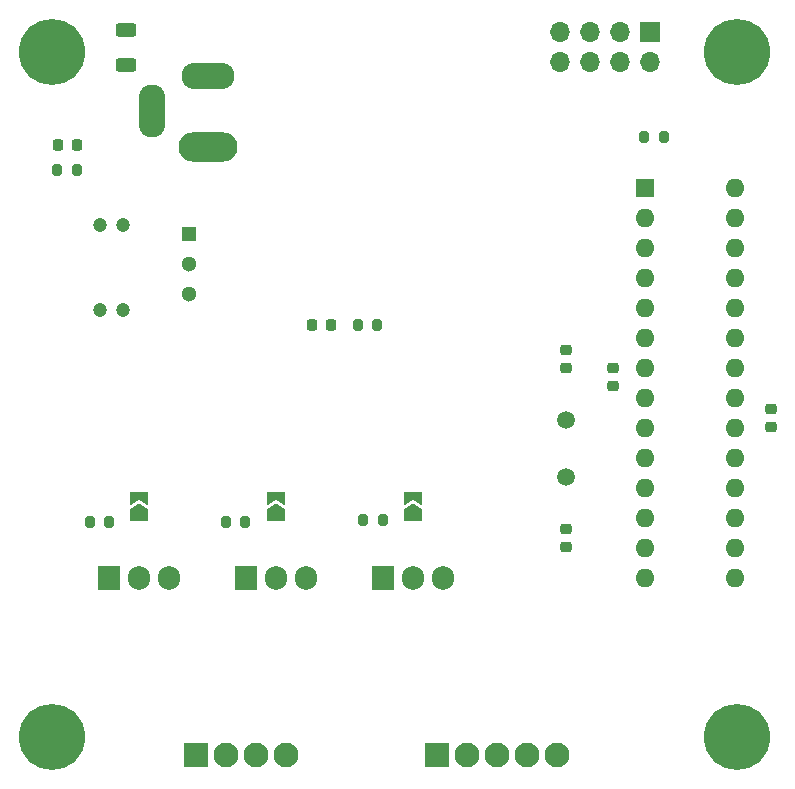
<source format=gbr>
%TF.GenerationSoftware,KiCad,Pcbnew,7.0.1*%
%TF.CreationDate,2023-03-29T16:15:43+02:00*%
%TF.ProjectId,mainboard,6d61696e-626f-4617-9264-2e6b69636164,1.0*%
%TF.SameCoordinates,Original*%
%TF.FileFunction,Soldermask,Top*%
%TF.FilePolarity,Negative*%
%FSLAX46Y46*%
G04 Gerber Fmt 4.6, Leading zero omitted, Abs format (unit mm)*
G04 Created by KiCad (PCBNEW 7.0.1) date 2023-03-29 16:15:43*
%MOMM*%
%LPD*%
G01*
G04 APERTURE LIST*
G04 Aperture macros list*
%AMRoundRect*
0 Rectangle with rounded corners*
0 $1 Rounding radius*
0 $2 $3 $4 $5 $6 $7 $8 $9 X,Y pos of 4 corners*
0 Add a 4 corners polygon primitive as box body*
4,1,4,$2,$3,$4,$5,$6,$7,$8,$9,$2,$3,0*
0 Add four circle primitives for the rounded corners*
1,1,$1+$1,$2,$3*
1,1,$1+$1,$4,$5*
1,1,$1+$1,$6,$7*
1,1,$1+$1,$8,$9*
0 Add four rect primitives between the rounded corners*
20,1,$1+$1,$2,$3,$4,$5,0*
20,1,$1+$1,$4,$5,$6,$7,0*
20,1,$1+$1,$6,$7,$8,$9,0*
20,1,$1+$1,$8,$9,$2,$3,0*%
%AMFreePoly0*
4,1,6,1.000000,0.000000,0.500000,-0.750000,-0.500000,-0.750000,-0.500000,0.750000,0.500000,0.750000,1.000000,0.000000,1.000000,0.000000,$1*%
%AMFreePoly1*
4,1,6,0.500000,-0.750000,-0.650000,-0.750000,-0.150000,0.000000,-0.650000,0.750000,0.500000,0.750000,0.500000,-0.750000,0.500000,-0.750000,$1*%
G04 Aperture macros list end*
%ADD10RoundRect,0.225000X0.250000X-0.225000X0.250000X0.225000X-0.250000X0.225000X-0.250000X-0.225000X0*%
%ADD11C,5.600000*%
%ADD12RoundRect,0.225000X-0.250000X0.225000X-0.250000X-0.225000X0.250000X-0.225000X0.250000X0.225000X0*%
%ADD13FreePoly0,90.000000*%
%ADD14FreePoly1,90.000000*%
%ADD15RoundRect,0.200000X-0.200000X-0.275000X0.200000X-0.275000X0.200000X0.275000X-0.200000X0.275000X0*%
%ADD16R,1.600000X1.600000*%
%ADD17O,1.600000X1.600000*%
%ADD18R,1.905000X2.000000*%
%ADD19O,1.905000X2.000000*%
%ADD20O,5.000000X2.500000*%
%ADD21O,4.500000X2.250000*%
%ADD22O,2.250000X4.500000*%
%ADD23RoundRect,0.200000X0.200000X0.275000X-0.200000X0.275000X-0.200000X-0.275000X0.200000X-0.275000X0*%
%ADD24RoundRect,0.218750X-0.218750X-0.256250X0.218750X-0.256250X0.218750X0.256250X-0.218750X0.256250X0*%
%ADD25R,1.700000X1.700000*%
%ADD26O,1.700000X1.700000*%
%ADD27R,2.100000X2.100000*%
%ADD28C,2.100000*%
%ADD29R,1.300000X1.300000*%
%ADD30C,1.300000*%
%ADD31C,1.200000*%
%ADD32RoundRect,0.218750X0.218750X0.256250X-0.218750X0.256250X-0.218750X-0.256250X0.218750X-0.256250X0*%
%ADD33RoundRect,0.250000X-0.625000X0.312500X-0.625000X-0.312500X0.625000X-0.312500X0.625000X0.312500X0*%
%ADD34C,1.500000*%
G04 APERTURE END LIST*
D10*
%TO.C,C5*%
X159380000Y-93355000D03*
X159380000Y-91805000D03*
%TD*%
D11*
%TO.C,H4*%
X173900000Y-124600000D03*
%TD*%
D12*
%TO.C,C3*%
X163380000Y-93335000D03*
X163380000Y-94885000D03*
%TD*%
D13*
%TO.C,JP1*%
X123300000Y-105825000D03*
D14*
X123300000Y-104375000D03*
%TD*%
D11*
%TO.C,H2*%
X173900000Y-66600000D03*
%TD*%
D12*
%TO.C,C4*%
X176780000Y-96782500D03*
X176780000Y-98332500D03*
%TD*%
D15*
%TO.C,R5*%
X142255000Y-106200000D03*
X143905000Y-106200000D03*
%TD*%
D16*
%TO.C,U2*%
X166080000Y-78080000D03*
D17*
X166080000Y-80620000D03*
X166080000Y-83160000D03*
X166080000Y-85700000D03*
X166080000Y-88240000D03*
X166080000Y-90780000D03*
X166080000Y-93320000D03*
X166080000Y-95860000D03*
X166080000Y-98400000D03*
X166080000Y-100940000D03*
X166080000Y-103480000D03*
X166080000Y-106020000D03*
X166080000Y-108560000D03*
X166080000Y-111100000D03*
X173700000Y-111100000D03*
X173700000Y-108560000D03*
X173700000Y-106020000D03*
X173700000Y-103480000D03*
X173700000Y-100940000D03*
X173700000Y-98400000D03*
X173700000Y-95860000D03*
X173700000Y-93320000D03*
X173700000Y-90780000D03*
X173700000Y-88240000D03*
X173700000Y-85700000D03*
X173700000Y-83160000D03*
X173700000Y-80620000D03*
X173700000Y-78080000D03*
%TD*%
D15*
%TO.C,R4*%
X130615000Y-106345000D03*
X132265000Y-106345000D03*
%TD*%
D11*
%TO.C,H3*%
X115900000Y-124600000D03*
%TD*%
%TO.C,H1*%
X115900000Y-66600000D03*
%TD*%
D18*
%TO.C,Q3*%
X143900000Y-111100000D03*
D19*
X146440000Y-111100000D03*
X148980000Y-111100000D03*
%TD*%
D20*
%TO.C,J1*%
X129100000Y-74600000D03*
D21*
X129100000Y-68600000D03*
D22*
X124400000Y-71600000D03*
%TD*%
D18*
%TO.C,Q1*%
X120720000Y-111100000D03*
D19*
X123260000Y-111100000D03*
X125800000Y-111100000D03*
%TD*%
D23*
%TO.C,R1*%
X118000000Y-76600000D03*
X116350000Y-76600000D03*
%TD*%
D24*
%TO.C,D1*%
X116412500Y-74500000D03*
X117987500Y-74500000D03*
%TD*%
D25*
%TO.C,J4*%
X166500000Y-64860000D03*
D26*
X166500000Y-67400000D03*
X163960000Y-64860000D03*
X163960000Y-67400000D03*
X161420000Y-64860000D03*
X161420000Y-67400000D03*
X158880000Y-64860000D03*
X158880000Y-67400000D03*
%TD*%
D27*
%TO.C,J3*%
X128120000Y-126100000D03*
D28*
X130660000Y-126100000D03*
X133200000Y-126100000D03*
X135740000Y-126100000D03*
%TD*%
D29*
%TO.C,U1*%
X127500000Y-82020000D03*
D30*
X127500000Y-84560000D03*
X127500000Y-87100000D03*
%TD*%
D27*
%TO.C,J2*%
X148520000Y-126100000D03*
D28*
X151060000Y-126100000D03*
X153600000Y-126100000D03*
X156140000Y-126100000D03*
X158680000Y-126100000D03*
%TD*%
D13*
%TO.C,JP3*%
X146480000Y-105825000D03*
D14*
X146480000Y-104375000D03*
%TD*%
D18*
%TO.C,Q2*%
X132300000Y-111100000D03*
D19*
X134840000Y-111100000D03*
X137380000Y-111100000D03*
%TD*%
D31*
%TO.C,C1*%
X121950000Y-81260000D03*
X119950000Y-81260000D03*
%TD*%
D15*
%TO.C,R3*%
X119095000Y-106400000D03*
X120745000Y-106400000D03*
%TD*%
D32*
%TO.C,D2*%
X139487500Y-89700000D03*
X137912500Y-89700000D03*
%TD*%
D33*
%TO.C,F1*%
X122200000Y-64737500D03*
X122200000Y-67662500D03*
%TD*%
D15*
%TO.C,R6*%
X166050000Y-73800000D03*
X167700000Y-73800000D03*
%TD*%
D34*
%TO.C,Y1*%
X159380000Y-102610000D03*
X159380000Y-97730000D03*
%TD*%
D12*
%TO.C,C6*%
X159380000Y-106965000D03*
X159380000Y-108515000D03*
%TD*%
D31*
%TO.C,C2*%
X121950000Y-88460000D03*
X119950000Y-88460000D03*
%TD*%
D23*
%TO.C,R2*%
X143425000Y-89700000D03*
X141775000Y-89700000D03*
%TD*%
D13*
%TO.C,JP2*%
X134900000Y-105825000D03*
D14*
X134900000Y-104375000D03*
%TD*%
M02*

</source>
